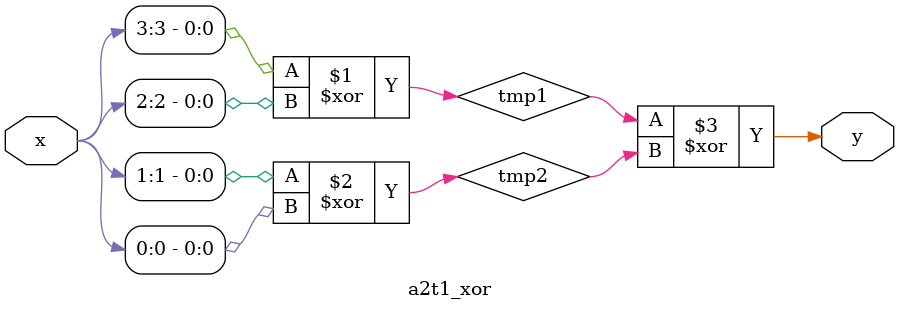
<source format=v>

module a2t1_xor(input [3:0] x, output y);

wire tmp1, tmp2;

xor u1(tmp1, x[3], x[2]);
xor u2(tmp2, x[1], x[0]);
xor u3(y, tmp1, tmp2);

endmodule
</source>
